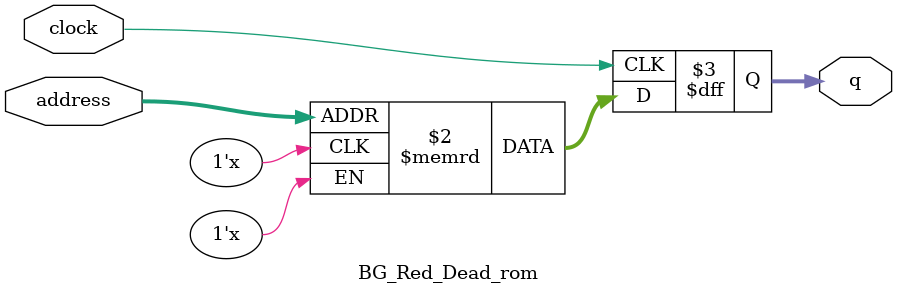
<source format=sv>
module BG_Red_Dead_rom (
	input logic clock,
	input logic [18:0] address,
	output logic [3:0] q
);

logic [3:0] memory [0:307199] /* synthesis ram_init_file = "./BG_Red_Dead/BG_Red_Dead.mif" */;

always_ff @ (posedge clock) begin
	q <= memory[address];
end

endmodule

</source>
